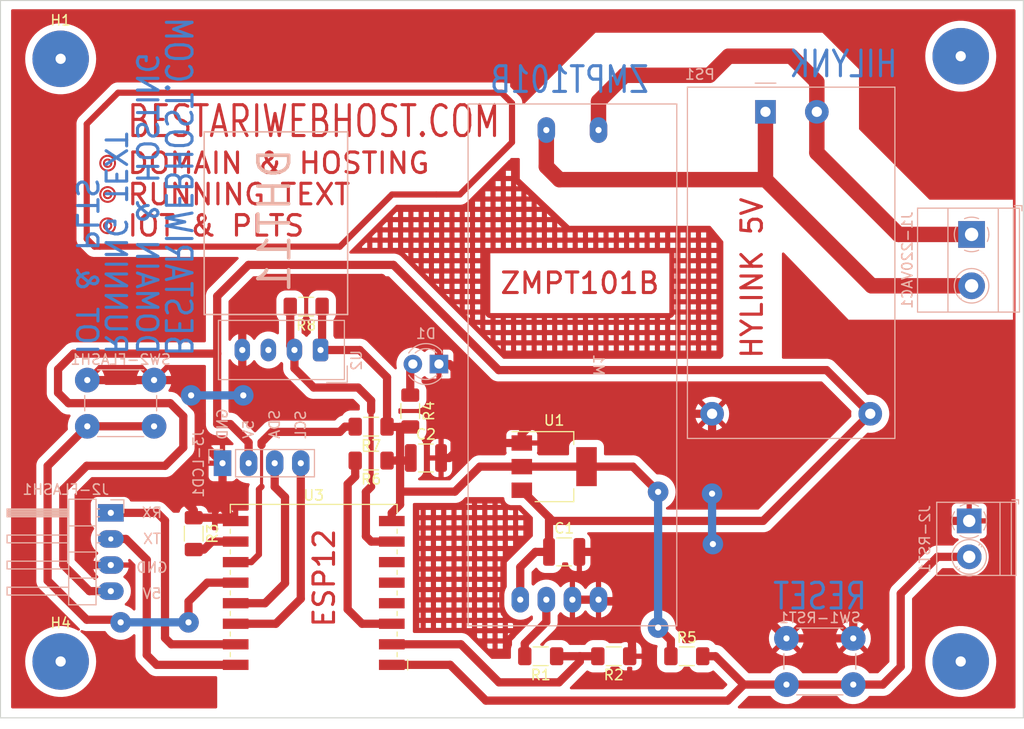
<source format=kicad_pcb>
(kicad_pcb (version 20211014) (generator pcbnew)
  (title_block (title "HYBRID PLTS MONITORING") (date "2022-06-26") (rev "0") (company "BESTARIWEB"))
  (layers (0 "F.Cu" signal) (31 "B.Cu" signal) (34 "B.Paste" user) (35 "F.Paste" user) (36 "B.SilkS" user "B.Silkscreen") (37 "F.SilkS" user "F.Silkscreen") (38 "B.Mask" user) (39 "F.Mask" user) (44 "Edge.Cuts" user))
  (net 0 "")
  (net 1 "3V3")
  (net 2 "RST")
  (net 3 "EN")
  (net 4 "GPIO2")
  (net 5 "ADC")
  (net 6 "GPIO16")
  (net 7 "GPIO14")
  (net 8 "GPIO12")
  (net 9 "GPIO13")
  (net 11 "Net-(D1-Pad2)")
  (net 12 "GND")
  (net 13 "GPIO15")
  (net 14 "GPIO0")
  (net 15 "GPIO4 SDA")
  (net 16 "RXD")
  (net 17 "TXD")
  (net 18 "GPIO5 SCL")
  (net 19 "5v")
  (net 20 "Net-(M1-Pad5)")
  (net 21 "Net-(J1-220VAC1-Pad1)")
  (net 22 "Net-(J1-220VAC1-Pad2)")
  (net 23 "FRAME")
  (footprint "MountingHole:MountingHole_3.2mm_M3_ISO14580_Pad" (layer "F.Cu") (at 67.056 38.354)
    (fp_text reference "H1" (at 0 -3.75) (layer "F.SilkS"))
    (fp_text value " ")
    (pad "1" thru_hole circle locked (at 0 0) (size 5.5 5.5) (drill 1) (layers *.Cu *.Mask))
  )
  (footprint "RF_Module:ESP-07" (layer "F.Cu") (at 91.694 92.456 180)
    (fp_text reference "U3" (at 0 11.6) (layer "F.SilkS"))
    (fp_text value "ESP-07")
    (pad "1" smd rect (at -7.6 -4.9 180) (size 2.5 1) (layers "F.Cu" "F.Paste" "F.Mask") (net 2 "RST"))
    (pad "2" smd rect (at -7.6 -2.9 180) (size 2.5 1) (layers "F.Cu" "F.Paste" "F.Mask") (net 5 "ADC"))
    (pad "3" smd rect (at -7.6 -0.9 180) (size 2.5 1) (layers "F.Cu" "F.Paste" "F.Mask") (net 3 "EN"))
    (pad "4" smd rect (at -7.6 1.1 180) (size 2.5 1) (layers "F.Cu" "F.Paste" "F.Mask") (net 6 "GPIO16"))
    (pad "5" smd rect (at -7.6 3.1 180) (size 2.5 1) (layers "F.Cu" "F.Paste" "F.Mask") (net 7 "GPIO14"))
    (pad "6" smd rect (at -7.6 5.1 180) (size 2.5 1) (layers "F.Cu" "F.Paste" "F.Mask") (net 8 "GPIO12"))
    (pad "7" smd rect (at -7.6 7.1 180) (size 2.5 1) (layers "F.Cu" "F.Paste" "F.Mask") (net 9 "GPIO13"))
    (pad "8" smd rect (at -7.6 9.1 180) (size 2.5 1) (layers "F.Cu" "F.Paste" "F.Mask") (net 1 "3V3"))
    (pad "9" smd rect (at 7.6 9.1 180) (size 2.5 1) (layers "F.Cu" "F.Paste" "F.Mask") (net 12 "GND"))
    (pad "10" smd rect (at 7.6 7.1 180) (size 2.5 1) (layers "F.Cu" "F.Paste" "F.Mask") (net 13 "GPIO15"))
    (pad "11" smd rect (at 7.6 5.1 180) (size 2.5 1) (layers "F.Cu" "F.Paste" "F.Mask") (net 4 "GPIO2"))
    (pad "12" smd rect (at 7.6 3.1 180) (size 2.5 1) (layers "F.Cu" "F.Paste" "F.Mask") (net 14 "GPIO0"))
    (pad "13" smd rect (at 7.6 1.1 180) (size 2.5 1) (layers "F.Cu" "F.Paste" "F.Mask") (net 15 "GPIO4 SDA"))
    (pad "14" smd rect (at 7.6 -0.9 180) (size 2.5 1) (layers "F.Cu" "F.Paste" "F.Mask") (net 18 "GPIO5 SCL"))
    (pad "15" smd rect (at 7.6 -2.9 180) (size 2.5 1) (layers "F.Cu" "F.Paste" "F.Mask") (net 16 "RXD"))
    (pad "16" smd rect (at 7.6 -4.9 180) (size 2.5 1) (layers "F.Cu" "F.Paste" "F.Mask") (net 17 "TXD"))
    (zone (net 0) (net_name "") (layers F&B.Cu) (connect_pads (clearance 0)) (min_thickness 0.254)
      (keepout (tracks not_allowed) (vias not_allowed) (pads not_allowed) (copperpour not_allowed) (footprints allowed))
      (fill (thermal_gap 0.508) (thermal_bridge_width 0.508))
      (polygon (pts (xy 82.296 98.298) (xy 101.346 98.298) (xy 101.346 103.632) (xy 82.296 103.632)))
    )
  )
  (footprint "Resistor_SMD:R_1206_3216Metric_Pad1.30x1.75mm_HandSolder" (layer "F.Cu") (at 97.282 74.168 180)
    (fp_text reference "R7" (at 0 -1.82) (layer "F.SilkS"))
    (fp_text value "10K")
    (pad "1" smd roundrect locked (at -1.55 0 180) (size 1.3 1.75) (layers "F.Cu" "F.Paste" "F.Mask") (roundrect_rratio 0.192308) (net 1 "3V3"))
    (pad "2" smd roundrect locked (at 1.55 0 180) (size 1.3 1.75) (layers "F.Cu" "F.Paste" "F.Mask") (roundrect_rratio 0.192308) (net 4 "GPIO2"))
  )
  (footprint "Resistor_SMD:R_1206_3216Metric_Pad1.30x1.75mm_HandSolder" (layer "F.Cu") (at 80.01 84.582 -90)
    (fp_text reference "R3" (at 0 -1.82 90) (layer "F.SilkS"))
    (fp_text value "10K")
    (pad "1" smd roundrect locked (at -1.55 0 270) (size 1.3 1.75) (layers "F.Cu" "F.Paste" "F.Mask") (roundrect_rratio 0.192308) (net 12 "GND"))
    (pad "2" smd roundrect locked (at 1.55 0 270) (size 1.3 1.75) (layers "F.Cu" "F.Paste" "F.Mask") (roundrect_rratio 0.192308) (net 13 "GPIO15"))
  )
  (footprint "Capacitor_SMD:C_1210_3225Metric" (layer "F.Cu") (at 116.078 86.36)
    (fp_text reference "C1" (at 0 -2.3) (layer "F.SilkS"))
    (fp_text value "0.1uF")
    (pad "1" smd roundrect locked (at -1.475 0) (size 1.15 2.7) (layers "F.Cu" "F.Paste" "F.Mask") (roundrect_rratio 0.217391) (net 19 "5v"))
    (pad "2" smd roundrect locked (at 1.475 0) (size 1.15 2.7) (layers "F.Cu" "F.Paste" "F.Mask") (roundrect_rratio 0.217391) (net 12 "GND"))
  )
  (footprint "Resistor_SMD:R_1206_3216Metric_Pad1.30x1.75mm_HandSolder" (layer "F.Cu") (at 128.016 96.52)
    (fp_text reference "R5" (at 0 -1.82) (layer "F.SilkS"))
    (fp_text value "10K")
    (pad "1" smd roundrect locked (at -1.55 0) (size 1.3 1.75) (layers "F.Cu" "F.Paste" "F.Mask") (roundrect_rratio 0.192308) (net 1 "3V3"))
    (pad "2" smd roundrect locked (at 1.55 0) (size 1.3 1.75) (layers "F.Cu" "F.Paste" "F.Mask") (roundrect_rratio 0.192308) (net 2 "RST"))
  )
  (footprint "MountingHole:MountingHole_3.2mm_M3_ISO14580_Pad" (layer "F.Cu") (at 154.686 38.1)
    (fp_text reference "H2" hide)
    (fp_text value " " hide)
    (pad "1" thru_hole circle locked (at 0 0) (size 5.5 5.5) (drill 1) (layers *.Cu *.Mask))
  )
  (footprint "MountingHole:MountingHole_3.2mm_M3_ISO14580_Pad" (layer "F.Cu") (at 67.056 97.028)
    (fp_text reference "H4" (at 0 -3.75) (layer "F.SilkS"))
    (fp_text value " ")
    (pad "1" thru_hole circle locked (at 0 0) (size 5.5 5.5) (drill 1) (layers *.Cu *.Mask))
  )
  (footprint "Resistor_SMD:R_1206_3216Metric_Pad1.30x1.75mm_HandSolder" (layer "F.Cu") (at 120.904 96.52 180)
    (fp_text reference "R2" (at 0 -1.82) (layer "F.SilkS"))
    (fp_text value "10K")
    (pad "1" smd roundrect locked (at -1.55 0 180) (size 1.3 1.75) (layers "F.Cu" "F.Paste" "F.Mask") (roundrect_rratio 0.192308) (net 12 "GND"))
    (pad "2" smd roundrect locked (at 1.55 0 180) (size 1.3 1.75) (layers "F.Cu" "F.Paste" "F.Mask") (roundrect_rratio 0.192308) (net 5 "ADC"))
  )
  (footprint "Resistor_SMD:R_1206_3216Metric_Pad1.30x1.75mm_HandSolder" (layer "F.Cu") (at 97.282 77.47 180)
    (fp_text reference "R6" (at 0 -1.82) (layer "F.SilkS"))
    (fp_text value "10K")
    (pad "1" smd roundrect locked (at -1.55 0 180) (size 1.3 1.75) (layers "F.Cu" "F.Paste" "F.Mask") (roundrect_rratio 0.192308) (net 1 "3V3"))
    (pad "2" smd roundrect locked (at 1.55 0 180) (size 1.3 1.75) (layers "F.Cu" "F.Paste" "F.Mask") (roundrect_rratio 0.192308) (net 3 "EN"))
  )
  (footprint "Resistor_SMD:R_1206_3216Metric_Pad1.30x1.75mm_HandSolder" (layer "F.Cu") (at 101.092 72.644 -90)
    (fp_text reference "R4" (at 0 -1.82 90) (layer "F.SilkS"))
    (fp_text value "1K")
    (pad "1" smd roundrect locked (at -1.55 0 270) (size 1.3 1.75) (layers "F.Cu" "F.Paste" "F.Mask") (roundrect_rratio 0.192308) (net 11 "Net-(D1-Pad2)"))
    (pad "2" smd roundrect locked (at 1.55 0 270) (size 1.3 1.75) (layers "F.Cu" "F.Paste" "F.Mask") (roundrect_rratio 0.192308) (net 1 "3V3"))
  )
  (footprint "MountingHole:MountingHole_3.2mm_M3_ISO14580_Pad" (layer "F.Cu") (at 154.686 97.028)
    (fp_text reference "H3" hide)
    (fp_text value " " hide)
    (pad "1" thru_hole circle locked (at 0 0) (size 5.5 5.5) (drill 1) (layers *.Cu *.Mask))
  )
  (footprint "Package_TO_SOT_SMD:SOT-223-3_TabPin2" (layer "F.Cu") (at 115.102 78.058)
    (fp_text reference "U1" (at 0 -4.5) (layer "F.SilkS"))
    (fp_text value "AMS1117-3.3")
    (pad "1" smd rect locked (at -3.15 -2.3) (size 2 1.5) (layers "F.Cu" "F.Paste" "F.Mask") (net 12 "GND"))
    (pad "2" smd rect locked (at -3.15 0) (size 2 1.5) (layers "F.Cu" "F.Paste" "F.Mask") (net 1 "3V3"))
    (pad "2" smd rect locked (at 3.15 0) (size 2 3.8) (layers "F.Cu" "F.Paste" "F.Mask") (net 1 "3V3"))
    (pad "3" smd rect locked (at -3.15 2.3) (size 2 1.5) (layers "F.Cu" "F.Paste" "F.Mask") (net 19 "5v"))
  )
  (footprint "Capacitor_SMD:C_1210_3225Metric" (layer "F.Cu") (at 102.616 77.216)
    (fp_text reference "C2" (at 0 -2.3) (layer "F.SilkS"))
    (fp_text value "0.1uF")
    (pad "1" smd roundrect locked (at -1.475 0) (size 1.15 2.7) (layers "F.Cu" "F.Paste" "F.Mask") (roundrect_rratio 0.217391) (net 1 "3V3"))
    (pad "2" smd roundrect locked (at 1.475 0) (size 1.15 2.7) (layers "F.Cu" "F.Paste" "F.Mask") (roundrect_rratio 0.217391) (net 12 "GND"))
  )
  (footprint "Resistor_SMD:R_1206_3216Metric_Pad1.30x1.75mm_HandSolder" (layer "F.Cu") (at 113.792 96.52 180)
    (fp_text reference "R1" (at 0 -1.82) (layer "F.SilkS"))
    (fp_text value "10K")
    (pad "1" smd roundrect locked (at -1.55 0 180) (size 1.3 1.75) (layers "F.Cu" "F.Paste" "F.Mask") (roundrect_rratio 0.192308) (net 5 "ADC"))
    (pad "2" smd roundrect locked (at 1.55 0 180) (size 1.3 1.75) (layers "F.Cu" "F.Paste" "F.Mask") (roundrect_rratio 0.192308) (net 20 "Net-(M1-Pad5)"))
  )
  (footprint "Resistor_SMD:R_1206_3216Metric_Pad1.30x1.75mm_HandSolder" (layer "F.Cu") (at 90.958 62.484 180)
    (fp_text reference "R8" (at 0 -1.82) (layer "F.SilkS"))
    (fp_text value "10K")
    (pad "1" smd roundrect locked (at -1.55 0 180) (size 1.3 1.75) (layers "F.Cu" "F.Paste" "F.Mask") (roundrect_rratio 0.192308) (net 1 "3V3"))
    (pad "2" smd roundrect locked (at 1.55 0 180) (size 1.3 1.75) (layers "F.Cu" "F.Paste" "F.Mask") (roundrect_rratio 0.192308) (net 9 "GPIO13"))
  )
  (footprint "Converter_ACDC:Converter_ACDC_HiLink_HLK-PMxx" (layer "B.Cu") (at 135.676 43.514 -90)
    (fp_text reference "PS1" (at -3.636 6.39) (layer "B.SilkS") (effects (justify mirror)))
    (fp_text value "HLK-PM01")
    (pad "1" thru_hole rect locked (at 0 0 270) (size 2.3 2) (drill 1) (layers *.Cu *.Mask) (net 22 "Net-(J1-220VAC1-Pad2)"))
    (pad "2" thru_hole circle locked (at 0 -5 270) (size 2.3 2.3) (drill 1) (layers *.Cu *.Mask) (net 21 "Net-(J1-220VAC1-Pad1)"))
    (pad "3" thru_hole circle locked (at 29.4 5.2 270) (size 2.3 2.3) (drill 1) (layers *.Cu *.Mask) (net 12 "GND"))
    (pad "4" thru_hole circle locked (at 29.4 -10.2 270) (size 2.3 2.3) (drill 1) (layers *.Cu *.Mask) (net 19 "5v"))
  )
  (footprint "TerminalBlock_Phoenix:TerminalBlock_Phoenix_PT-1,5-2-3.5-H_1x02_P3.50mm_Horizontal" (layer "B.Cu") (at 155.51 83.34 -90)
    (fp_text reference "J2-RST1" (at 1.778 4.318 90) (layer "B.SilkS") (effects (justify mirror)))
    (fp_text value "RST")
    (pad "1" thru_hole rect locked (at 0 0 270) (size 2.4 2.4) (drill 1.2) (layers *.Cu *.Mask) (net 12 "GND"))
    (pad "2" thru_hole circle locked (at 3.5 0 270) (size 2.4 2.4) (drill 1.2) (layers *.Cu *.Mask) (net 2 "RST"))
  )
  (footprint "Connector_PinHeader_2.54mm:PinHeader_1x04_P2.54mm_Horizontal" (layer "B.Cu") (at 71.939 82.56 180)
    (fp_text reference "J2-FLASH1" (at 4.385 2.27) (layer "B.SilkS") (effects (justify mirror)))
    (fp_text value "FLASH")
    (pad "1" thru_hole rect (at 0 0 180) (size 2.5 1.7) (drill 0.6) (layers *.Cu *.Mask) (net 16 "RXD"))
    (pad "2" thru_hole oval (at 0 -2.54 180) (size 2.5 1.7) (drill 0.5) (layers *.Cu *.Mask) (net 17 "TXD"))
    (pad "3" thru_hole oval (at 0 -5.08 180) (size 2.5 1.7) (drill 0.6) (layers *.Cu *.Mask) (net 12 "GND"))
    (pad "4" thru_hole oval (at 0 -7.62 180) (size 2.5 1.7) (drill 0.6) (layers *.Cu *.Mask) (net 19 "5v"))
  )
  (footprint "Button_Switch_THT:SW_PUSH_6mm_H7.3mm" (layer "B.Cu") (at 144.22 94.778 180)
    (fp_text reference "SW1-RST1" (at 3.25 2) (layer "B.SilkS") (effects (justify mirror)))
    (fp_text value "RESET")
    (pad "1" thru_hole circle (at 0 0 90) (size 2.4 2.4) (drill 0.6) (layers *.Cu *.Mask) (net 12 "GND"))
    (pad "1" thru_hole circle (at 6.5 0 90) (size 2.4 2.4) (drill 0.6) (layers *.Cu *.Mask) (net 12 "GND"))
    (pad "2" thru_hole circle (at 6.5 -4.5 90) (size 2.4 2.4) (drill 0.6) (layers *.Cu *.Mask) (net 2 "RST"))
    (pad "2" thru_hole circle (at 0 -4.5 90) (size 2.4 2.4) (drill 0.6) (layers *.Cu *.Mask) (net 2 "RST"))
  )
  (footprint "Sensor:Aosong_DHT11_5.5x12.0_P2.54mm" (layer "B.Cu") (at 92.3585 66.7045 90)
    (fp_text reference "U2" (at -1 3.5 90) (layer "B.SilkS") (effects (justify mirror)))
    (fp_text value "DHT11")
    (pad "1" thru_hole roundrect locked (at 0 0 90) (size 2.2 1.5) (drill 0.6) (layers *.Cu *.Mask) (net 1 "3V3"))
    (pad "2" thru_hole oval locked (at 0 -2.54 90) (size 2.2 1.5) (drill 0.6) (layers *.Cu *.Mask) (net 9 "GPIO13"))
    (pad "3" thru_hole oval locked (at 0 -5.08 90) (size 2.2 1.5) (drill 0.6) (layers *.Cu *.Mask))
    (pad "4" thru_hole oval locked (at 0 -7.62 90) (size 2.2 1.5) (drill 0.6) (layers *.Cu *.Mask) (net 12 "GND"))
  )
  (footprint "TerminalBlock_Phoenix:TerminalBlock_Phoenix_MKDS-1,5-2_1x02_P5.00mm_Horizontal" (layer "B.Cu") (at 155.742 55.452 -90)
    (fp_text reference "J1-220VAC1" (at 2.5 6.26 90) (layer "B.SilkS") (effects (justify mirror)))
    (fp_text value "220VAC")
    (pad "1" thru_hole rect locked (at 0 0 270) (size 2.6 2.6) (drill 1.3) (layers *.Cu *.Mask) (net 21 "Net-(J1-220VAC1-Pad1)"))
    (pad "2" thru_hole circle locked (at 5 0 270) (size 2.6 2.6) (drill 1.3) (layers *.Cu *.Mask) (net 22 "Net-(J1-220VAC1-Pad2)"))
  )
  (footprint "Module:ZMPT101B_Module" (layer "B.Cu") (at 116.88 68.152 180)
    (fp_text reference "M1" (at -2.54 0 270 unlocked) (layer "B.SilkS") (effects (justify mirror)))
    (fp_text value "ZMPT101B")
    (pad "1" thru_hole oval (at -2.54 22.86 180) (size 1.7 2.5) (drill 0.6) (layers *.Cu *.Mask) (net 21 "Net-(J1-220VAC1-Pad1)"))
    (pad "2" thru_hole oval (at 2.54 22.86 180) (size 1.7 2.5) (drill 0.6) (layers *.Cu *.Mask) (net 22 "Net-(J1-220VAC1-Pad2)"))
    (pad "3" thru_hole oval (at -2.54 -22.86 180) (size 1.7 2.5) (drill 0.6) (layers *.Cu *.Mask) (net 12 "GND"))
    (pad "4" thru_hole oval (at 0 -22.86 180) (size 1.7 2.5) (drill 0.6) (layers *.Cu *.Mask) (net 12 "GND"))
    (pad "5" thru_hole oval (at 2.54 -22.86 180) (size 1.7 2.5) (drill 0.6) (layers *.Cu *.Mask) (net 20 "Net-(M1-Pad5)"))
    (pad "6" thru_hole oval (at 5.08 -22.86 180) (size 1.7 2.5) (drill 0.6) (layers *.Cu *.Mask) (net 19 "5v"))
  )
  (footprint "Connector_PinHeader_2.54mm:PinHeader_1x04_P2.54mm_Vertical" (layer "B.Cu") (at 82.814 77.724 -90)
    (fp_text reference "J3-LCD1" (at 0 2.33 90) (layer "B.SilkS") (effects (justify mirror)))
    (fp_text value "LCD1602")
    (pad "1" thru_hole rect (at 0 0 270) (size 2.5 1.7) (drill 0.6) (layers *.Cu *.Mask) (net 12 "GND"))
    (pad "2" thru_hole oval (at 0 -2.54 270) (size 2.5 1.7) (drill 0.6) (layers *.Cu *.Mask) (net 19 "5v"))
    (pad "3" thru_hole oval (at 0 -5.08 270) (size 2.5 1.7) (drill 0.6) (layers *.Cu *.Mask) (net 15 "GPIO4 SDA"))
    (pad "4" thru_hole oval (at 0 -7.62 270) (size 2.5 1.7) (drill 0.6) (layers *.Cu *.Mask) (net 18 "GPIO5 SCL"))
  )
  (footprint "Button_Switch_THT:SW_PUSH_6mm_H7.3mm" (layer "B.Cu") (at 76.148 69.632 180)
    (fp_text reference "SW2-FLASH1" (at 3.25 2) (layer "B.SilkS") (effects (justify mirror)))
    (fp_text value "FLASH")
    (pad "1" thru_hole circle (at 6.5 0 90) (size 2.4 2.4) (drill 0.6) (layers *.Cu *.Mask) (net 12 "GND"))
    (pad "1" thru_hole circle (at 0 0 90) (size 2.4 2.4) (drill 0.6) (layers *.Cu *.Mask) (net 12 "GND"))
    (pad "2" thru_hole circle (at 0 -4.5 90) (size 2.4 2.4) (drill 0.6) (layers *.Cu *.Mask) (net 14 "GPIO0"))
    (pad "2" thru_hole circle (at 6.5 -4.5 90) (size 2.4 2.4) (drill 0.6) (layers *.Cu *.Mask) (net 14 "GPIO0"))
  )
  (footprint "LED_THT:LED_D3.0mm_Clear" (layer "B.Cu") (at 103.886 68.072 180)
    (fp_text reference "D1" (at 1.27 2.96) (layer "B.SilkS") (effects (justify mirror)))
    (fp_text value "LED")
    (pad "1" thru_hole rect locked (at 0 0 180) (size 1.8 1.8) (drill 0.9) (layers *.Cu *.Mask) (net 12 "GND"))
    (pad "2" thru_hole circle locked (at 2.54 0 180) (size 1.8 1.8) (drill 0.9) (layers *.Cu *.Mask) (net 11 "Net-(D1-Pad2)"))
  )
  (gr_circle (center 71.628 51.562) (end 72.136 52.07) (layer "F.Cu") (width 0.2) (fill none))
  (gr_circle (center 71.628 54.61) (end 71.882 54.864) (layer "F.Cu") (width 0.2) (fill none))
  (gr_circle (center 71.628 48.514) (end 72.136 49.022) (layer "F.Cu") (width 0.2) (fill none))
  (gr_circle (center 71.628 51.562) (end 71.882 51.816) (layer "F.Cu") (width 0.2) (fill none))
  (gr_circle (center 71.628 48.514) (end 71.882 48.768) (layer "F.Cu") (width 0.2) (fill none))
  (gr_circle (center 71.628 54.61) (end 72.136 55.118) (layer "F.Cu") (width 0.2) (fill none))
  (gr_line (start 94.996 63.246) (end 81.026 63.246) (layer "B.SilkS") (width 0.15))
  (gr_line (start 81.026 63.246) (end 81.026 45.466) (layer "B.SilkS") (width 0.15))
  (gr_line (start 94.996 45.466) (end 94.996 63.246) (layer "B.SilkS") (width 0.15))
  (gr_line (start 81.026 45.466) (end 94.996 45.466) (layer "B.SilkS") (width 0.15))
  (gr_line (start 160.782 102.5144) (end 61.2 102.5144) (layer "Edge.Cuts") (width 0.1))
  (gr_line (start 160.782 32.678) (end 160.782 102.5144) (layer "Edge.Cuts") (width 0.1))
  (gr_line (start 61.2 32.678) (end 61.2 102.5144) (layer "Edge.Cuts") (width 0.1))
  (gr_line (start 61.2 32.678) (end 160.782 32.678) (layer "Edge.Cuts") (width 0.1))
  (gr_text "ESP12" (at 92.71 88.9 90) (layer "F.Cu") (effects (font (size 2 2) (thickness 0.3))))
  (gr_text "DOMAIN & HOSTING" (at 73.406 48.514) (layer "F.Cu") (effects (font (size 2 2) (thickness 0.3)) (justify left)))
  (gr_text "BESTARIWEBHOST.COM" (at 91.694 44.45) (layer "F.Cu") (effects (font (size 3 2.2) (thickness 0.3))))
  (gr_text "IOT & PLTS" (at 73.406 54.61) (layer "F.Cu") (effects (font (size 2 2) (thickness 0.3)) (justify left)))
  (gr_text "ZMPT101B" (at 117.602 60.198) (layer "F.Cu") (effects (font (size 2 2) (thickness 0.3))))
  (gr_text "RUNNING TEXT" (at 73.406 51.562) (layer "F.Cu") (effects (font (size 2 2) (thickness 0.3)) (justify left)))
  (gr_text "HYLINK 5V" (at 134.366 59.69 90) (layer "F.Cu") (effects (font (size 2 2) (thickness 0.3))))
  (gr_text "HILYNK" (at 143.256 38.862) (layer "B.Cu") (effects (font (size 2.5 2) (thickness 0.3)) (justify mirror)))
  (gr_text "IOT & PLTS" (at 69.596 67.31 270) (layer "B.Cu") (effects (font (size 2 2) (thickness 0.3)) (justify left mirror)))
  (gr_text "BESTARIWEBHOST.COM" (at 78.486 50.8 270) (layer "B.Cu") (effects (font (size 2.5 2) (thickness 0.3)) (justify mirror)))
  (gr_text "DOMAIN & HOSTING" (at 75.438 67.31 270) (layer "B.Cu") (effects (font (size 2 2) (thickness 0.3)) (justify left mirror)))
  (gr_text "RESET" (at 140.97 90.678) (layer "B.Cu") (effects (font (size 2.5 2) (thickness 0.3)) (justify mirror)))
  (gr_text "RUNNING TEXT" (at 72.39 67.31 270) (layer "B.Cu") (effects (font (size 2 2) (thickness 0.3)) (justify left mirror)))
  (gr_text "ZMPT101B" (at 116.586 40.386) (layer "B.Cu") (effects (font (size 2.5 2) (thickness 0.3)) (justify mirror)))
  (gr_text "SDA" (at 87.884 75.438 90) (layer "B.SilkS") (effects (font (size 1 1)) (justify right mirror)))
  (gr_text "SCL" (at 90.424 75.438 90) (layer "B.SilkS") (effects (font (size 1 1)) (justify right mirror)))
  (gr_text "RX" (at 75.946 82.55) (layer "B.SilkS") (effects (font (size 1 1)) (justify mirror)))
  (gr_text "TX" (at 75.946 85.09) (layer "B.SilkS") (effects (font (size 1 1)) (justify mirror)))
  (gr_text "5V" (at 75.946 90.424) (layer "B.SilkS") (effects (font (size 1 1)) (justify mirror)))
  (gr_text "5V" (at 85.344 74.422 90) (layer "B.SilkS") (effects (font (size 1 1)) (justify mirror)))
  (gr_text "GND" (at 82.804 73.914 90) (layer "B.SilkS") (effects (font (size 1 1)) (justify mirror)))
  (gr_text "DHT11" (at 87.884 54.102 90) (layer "B.SilkS") (effects (font (size 3 3) (thickness 0.35)) (justify mirror)))
  (gr_text "GND" (at 75.946 87.884) (layer "B.SilkS") (effects (font (size 1 1)) (justify mirror)))
  (segment (start 70.358 56.642) (end 70.866 56.642) (width 0.6) (layer "F.Cu") (net 0))
  (segment (start 110.998 46.482) (end 110.998 42.672) (width 0.6) (layer "F.Cu") (net 0))
  (segment (start 71.374 42.926) (end 69.596 44.704) (width 0.6) (layer "F.Cu") (net 0))
  (segment (start 103.632 51.562) (end 105.918 51.562) (width 0.6) (layer "F.Cu") (net 0))
  (segment (start 105.918 51.562) (end 110.744 46.736) (width 0.6) (layer "F.Cu") (net 0))
  (segment (start 72.644 41.656) (end 71.374 42.926) (width 0.6) (layer "F.Cu") (net 0))
  (segment (start 94.234 56.642) (end 99.06 51.816) (width 0.6) (layer "F.Cu") (net 0))
  (segment (start 70.866 56.642) (end 94.234 56.642) (width 0.6) (layer "F.Cu") (net 0))
  (segment (start 69.596 55.88) (end 70.358 56.642) (width 0.6) (layer "F.Cu") (net 0))
  (segment (start 69.596 44.704) (end 69.596 55.88) (width 0.6) (layer "F.Cu") (net 0))
  (segment (start 99.06 51.816) (end 99.314 51.562) (width 0.6) (layer "F.Cu") (net 0))
  (segment (start 99.314 51.562) (end 103.632 51.562) (width 0.6) (layer "F.Cu") (net 0))
  (segment (start 110.744 46.736) (end 110.998 46.482) (width 0.6) (layer "F.Cu") (net 0))
  (segment (start 100.102 80.492) (end 100.102 81.762) (width 0.8) (layer "F.Cu") (net 1))
  (segment (start 105.436 80.492) (end 100.102 80.492) (width 0.8) (layer "F.Cu") (net 1))
  (segment (start 98.832 77.47) (end 99.822 77.47) (width 0.8) (layer "F.Cu") (net 1))
  (segment (start 100.102 77.19) (end 100.102 80.492) (width 0.8) (layer "F.Cu") (net 1))
  (segment (start 92.3585 66.7045) (end 96.1685 66.7045) (width 0.8) (layer "F.Cu") (net 1))
  (segment (start 92.508 62.484) (end 92.508 66.555) (width 0.8) (layer "F.Cu") (net 1))
  (segment (start 100.102 74.194) (end 100.102 77.19) (width 0.8) (layer "F.Cu") (net 1))
  (segment (start 92.508 66.555) (end 92.3585 66.7045) (width 0.8) (layer "F.Cu") (net 1))
  (segment (start 100.102 81.762) (end 99.294 82.57) (width 0.8) (layer "F.Cu") (net 1))
  (segment (start 96.1685 66.7045) (end 98.832 69.368) (width 0.8) (layer "F.Cu") (net 1))
  (segment (start 100.102 77.19) (end 99.822 77.47) (width 0.8) (layer "F.Cu") (net 1))
  (segment (start 126.466 96.52) (end 126.466 94.97) (width 0.8) (layer "F.Cu") (net 1))
  (segment (start 98.858 74.194) (end 98.832 74.168) (width 0.8) (layer "F.Cu") (net 1))
  (segment (start 101.092 74.194) (end 100.102 74.194) (width 0.8) (layer "F.Cu") (net 1))
  (segment (start 122.762 78.058) (end 125.222 80.518) (width 0.8) (layer "F.Cu") (net 1))
  (segment (start 118.252 78.058) (end 111.952 78.058) (width 0.8) (layer "F.Cu") (net 1))
  (segment (start 99.822 77.47) (end 100.887 77.47) (width 0.8) (layer "F.Cu") (net 1))
  (segment (start 118.252 78.058) (end 122.762 78.058) (width 0.8) (layer "F.Cu") (net 1))
  (segment (start 100.887 77.47) (end 101.141 77.216) (width 0.8) (layer "F.Cu") (net 1))
  (segment (start 99.294 82.57) (end 99.294 83.356) (width 0.8) (layer "F.Cu") (net 1))
  (segment (start 98.832 69.368) (end 98.832 74.168) (width 0.8) (layer "F.Cu") (net 1))
  (segment (start 100.102 74.194) (end 98.858 74.194) (width 0.8) (layer "F.Cu") (net 1))
  (segment (start 126.466 94.97) (end 125.222 93.726) (width 0.8) (layer "F.Cu") (net 1))
  (segment (start 107.87 78.058) (end 105.436 80.492) (width 0.8) (layer "F.Cu") (net 1))
  (segment (start 111.952 78.058) (end 107.87 78.058) (width 0.8) (layer "F.Cu") (net 1))
  (via (at 125.222 80.518) (size 2) (drill 0.6) (layers "F.Cu" "B.Cu") (net 1))
  (via (at 125.222 93.726) (size 2) (drill 0.6) (layers "F.Cu" "B.Cu") (net 1))
  (segment (start 125.222 93.726) (end 125.222 80.518) (width 0.8) (layer "B.Cu") (net 1))
  (segment (start 130.81 96.52) (end 133.568 99.278) (width 0.8) (layer "F.Cu") (net 2))
  (segment (start 99.294 97.356) (end 104.976 97.356) (width 0.8) (layer "F.Cu") (net 2))
  (segment (start 108.458 100.838) (end 132.008 100.838) (width 0.8) (layer "F.Cu") (net 2))
  (segment (start 133.568 99.278) (end 137.72 99.278) (width 0.8) (layer "F.Cu") (net 2))
  (segment (start 148.844 90.424) (end 148.844 97.536) (width 0.8) (layer "F.Cu") (net 2))
  (segment (start 152.428 86.84) (end 148.844 90.424) (width 0.8) (layer "F.Cu") (net 2))
  (segment (start 132.008 100.838) (end 133.568 99.278) (width 0.8) (layer "F.Cu") (net 2))
  (segment (start 129.566 96.52) (end 130.81 96.52) (width 0.8) (layer "F.Cu") (net 2))
  (segment (start 155.51 86.84) (end 152.428 86.84) (width 0.8) (layer "F.Cu") (net 2))
  (segment (start 104.976 97.356) (end 108.458 100.838) (width 0.8) (layer "F.Cu") (net 2))
  (segment (start 147.102 99.278) (end 144.22 99.278) (width 0.8) (layer "F.Cu") (net 2))
  (segment (start 144.22 99.278) (end 137.72 99.278) (width 0.8) (layer "F.Cu") (net 2))
  (segment (start 148.844 97.536) (end 147.102 99.278) (width 0.8) (layer "F.Cu") (net 2))
  (segment (start 96.404 93.356) (end 99.294 93.356) (width 0.8) (layer "F.Cu") (net 3))
  (segment (start 95.732 77.47) (end 95.732 79.02) (width 0.8) (layer "F.Cu") (net 3))
  (segment (start 94.996 79.756) (end 94.996 91.948) (width 0.8) (layer "F.Cu") (net 3))
  (segment (start 95.732 79.02) (end 94.996 79.756) (width 0.8) (layer "F.Cu") (net 3))
  (segment (start 94.996 91.948) (end 96.404 93.356) (width 0.8) (layer "F.Cu") (net 3))
  (segment (start 86.614 75.946) (end 86.614 80.01) (width 0.3) (layer "F.Cu") (net 4))
  (segment (start 86.868 75.438) (end 86.614 75.692) (width 0.8) (layer "F.Cu") (net 4))
  (segment (start 86.36 80.264) (end 86.36 86.614) (width 0.6) (layer "F.Cu") (net 4))
  (segment (start 87.63 74.676) (end 86.868 75.438) (width 0.8) (layer "F.Cu") (net 4))
  (segment (start 86.614 80.01) (end 86.36 80.264) (width 0.6) (layer "F.Cu") (net 4))
  (segment (start 94.742 74.168) (end 94.234 74.676) (width 0.8) (layer "F.Cu") (net 4))
  (segment (start 86.36 86.614) (end 85.618 87.356) (width 0.6) (layer "F.Cu") (net 4))
  (segment (start 86.614 75.692) (end 86.614 75.946) (width 0.8) (layer "F.Cu") (net 4))
  (segment (start 94.234 74.676) (end 87.63 74.676) (width 0.8) (layer "F.Cu") (net 4))
  (segment (start 95.732 74.168) (end 94.742 74.168) (width 0.8) (layer "F.Cu") (net 4))
  (segment (start 85.618 87.356) (end 84.094 87.356) (width 0.6) (layer "F.Cu") (net 4))
  (segment (start 99.294 95.356) (end 106.024 95.356) (width 0.8) (layer "F.Cu") (net 5))
  (segment (start 117.602 96.52) (end 119.354 96.52) (width 0.8) (layer "F.Cu") (net 5))
  (segment (start 115.57 99.06) (end 117.602 97.028) (width 0.8) (layer "F.Cu") (net 5))
  (segment (start 106.024 95.356) (end 109.728 99.06) (width 0.8) (layer "F.Cu") (net 5))
  (segment (start 117.602 97.028) (end 117.602 96.52) (width 0.8) (layer "F.Cu") (net 5))
  (segment (start 109.728 99.06) (end 115.57 99.06) (width 0.8) (layer "F.Cu") (net 5))
  (segment (start 115.342 96.52) (end 117.602 96.52) (width 0.8) (layer "F.Cu") (net 5))
  (segment (start 97.282 80.01) (end 97.282 72.644) (width 0.5) (layer "F.Cu") (net 9))
  (segment (start 96.774 80.518) (end 97.282 80.01) (width 0.8) (layer "F.Cu") (net 9))
  (segment (start 96.774 84.836) (end 96.774 80.518) (width 0.8) (layer "F.Cu") (net 9))
  (segment (start 89.408 62.484) (end 89.408 66.294) (width 0.8) (layer "F.Cu") (net 9))
  (segment (start 97.294 85.356) (end 96.774 84.836) (width 0.8) (layer "F.Cu") (net 9))
  (segment (start 91.694 70.358) (end 89.8185 68.4825) (width 0.8) (layer "F.Cu") (net 9))
  (segment (start 97.282 72.644) (end 97.282 71.628) (width 0.8) (layer "F.Cu") (net 9))
  (segment (start 99.294 85.356) (end 97.294 85.356) (width 0.8) (layer "F.Cu") (net 9))
  (segment (start 89.8185 68.4825) (end 89.8185 66.7045) (width 0.8) (layer "F.Cu") (net 9))
  (segment (start 96.012 70.358) (end 91.694 70.358) (width 0.8) (layer "F.Cu") (net 9))
  (segment (start 97.282 71.628) (end 96.012 70.358) (width 0.8) (layer "F.Cu") (net 9))
  (segment (start 89.408 66.294) (end 89.8185 66.7045) (width 0.8) (layer "F.Cu") (net 9))
  (segment (start 101.092 71.094) (end 101.092 68.326) (width 0.8) (layer "F.Cu") (net 11))
  (segment (start 101.092 68.326) (end 101.346 68.072) (width 0.8) (layer "F.Cu") (net 11))
  (segment (start 70.114 87.64) (end 69.088 86.614) (width 0.8) (layer "F.Cu") (net 12))
  (segment (start 71.939 87.64) (end 70.114 87.64) (width 0.8) (layer "F.Cu") (net 12))
  (segment (start 79.756 71.882) (end 80.772 72.898) (width 0.8) (layer "F.Cu") (net 12))
  (segment (start 149.324 83.34) (end 144.22 88.444) (width 0.8) (layer "F.Cu") (net 12))
  (segment (start 69.648 69.632) (end 76.148 69.632) (width 0.8) (layer "F.Cu") (net 12))
  (segment (start 104.902 68.072) (end 105.41 68.58) (width 0.8) (layer "F.Cu") (net 12))
  (segment (start 122.174 91.186) (end 119.634 91.186) (width 0.8) (layer "F.Cu") (net 12))
  (segment (start 122.682 96.292) (end 122.454 96.52) (width 0.8) (layer "F.Cu") (net 12))
  (segment (start 111.952 74.858) (end 113.896 72.914) (width 0.8) (layer "F.Cu") (net 12))
  (segment (start 69.088 81.026) (end 70.104 80.01) (width 0.8) (layer "F.Cu") (net 12))
  (segment (start 84.7385 71.0225) (end 84.836 71.12) (width 0.8) (layer "F.Cu") (net 12))
  (segment (start 76.148 69.632) (end 76.236 69.632) (width 0.8) (layer "F.Cu") (net 12))
  (segment (start 80.01 82.296) (end 80.01 83.032) (width 0.8) (layer "F.Cu") (net 12))
  (segment (start 122.174 91.186) (end 130.81 91.186) (width 0.8) (layer "F.Cu") (net 12))
  (segment (start 111.952 75.758) (end 111.952 74.858) (width 0.8) (layer "F.Cu") (net 12))
  (segment (start 144.22 94.778) (end 137.72 94.778) (width 0.8) (layer "F.Cu") (net 12))
  (segment (start 130.556 90.932) (end 130.81 91.186) (width 0.8) (layer "F.Cu") (net 12))
  (segment (start 105.41 76.708) (end 104.902 77.216) (width 0.8) (layer "F.Cu") (net 12))
  (segment (start 130.556 85.598) (end 130.556 90.932) (width 0.8) (layer "F.Cu") (net 12))
  (segment (start 80.01 83.032) (end 83.77 83.032) (width 0.8) (layer "F.Cu") (net 12))
  (segment (start 122.174 89.662) (end 122.174 91.186) (width 0.8) (layer "F.Cu") (net 12))
  (segment (start 76.148 69.632) (end 78.268 69.632) (width 0.8) (layer "F.Cu") (net 12))
  (segment (start 103.886 68.072) (end 104.902 68.072) (width 0.8) (layer "F.Cu") (net 12))
  (segment (start 118.872 86.36) (end 122.174 89.662) (width 0.8) (layer "F.Cu") (net 12))
  (segment (start 69.088 86.614) (end 69.088 81.026) (width 0.8) (layer "F.Cu") (net 12))
  (segment (start 103.886 65.278) (end 98.298 59.69) (width 0.8) (layer "F.Cu") (net 12))
  (segment (start 113.896 72.914) (end 130.476 72.914) (width 0.8) (layer "F.Cu") (net 12))
  (segment (start 82.814 77.724) (end 82.814 82.076) (width 0.8) (layer "F.Cu") (net 12))
  (segment (start 116.88 91.012) (end 119.42 91.012) (width 0.8) (layer "F.Cu") (net 12))
  (segment (start 82.814 82.076) (end 84.094 83.356) (width 0.8) (layer "F.Cu") (net 12))
  (segment (start 84.7385 62.0735) (end 84.7385 66.7045) (width 0.8) (layer "F.Cu") (net 12))
  (segment (start 144.22 88.444) (end 144.22 94.778) (width 0.8) (layer "F.Cu") (net 12))
  (segment (start 134.128 91.186) (end 137.72 94.778) (width 0.8) (layer "F.Cu") (net 12))
  (segment (start 122.174 91.186) (end 122.174 92.456) (width 0.8) (layer "F.Cu") (net 12))
  (segment (start 77.724 80.01) (end 80.01 82.296) (width 0.8) (layer "F.Cu") (net 12))
  (segment (start 122.682 92.964) (end 122.682 96.292) (width 0.8) (layer "F.Cu") (net 12))
  (segment (start 83.77 83.032) (end 84.094 83.356) (width 0.8) (layer "F.Cu") (net 12))
  (segment (start 78.268 69.632) (end 79.756 71.12) (width 0.8) (layer "F.Cu") (net 12))
  (segment (start 117.553 86.36) (end 118.872 86.36) (width 0.8) (layer "F.Cu") (net 12))
  (segment (start 103.886 68.072) (end 103.886 65.278) (width 0.8) (layer "F.Cu") (net 12))
  (segment (start 105.41 76.2) (end 105.41 76.708) (width 0.8) (layer "F.Cu") (net 12))
  (segment (start 98.298 59.69) (end 87.122 59.69) (width 0.8) (layer "F.Cu") (net 12))
  (segment (start 130.476 80.692) (end 130.556 80.772) (width 0.8) (layer "F.Cu") (net 12))
  (segment (start 105.41 68.58) (end 105.41 76.2) (width 0.8) (layer "F.Cu") (net 12))
  (segment (start 80.772 75.682) (end 82.814 77.724) (width 0.8) (layer "F.Cu") (net 12))
  (segment (start 70.104 80.01) (end 77.724 80.01) (width 0.8) (layer "F.Cu") (net 12))
  (segment (start 79.756 71.12) (end 79.756 71.882) (width 0.8) (layer "F.Cu") (net 12))
  (segment (start 105.852 75.758) (end 105.41 76.2) (width 0.8) (layer "F.Cu") (net 12))
  (segment (start 130.476 72.914) (end 130.476 80.692) (width 0.8) (layer "F.Cu") (net 12))
  (segment (start 111.952 75.758) (end 105.852 75.758) (width 0.8) (layer "F.Cu") (net 12))
  (segment (start 104.902 77.216) (end 104.091 77.216) (width 0.8) (layer "F.Cu") (net 12))
  (segment (start 130.81 91.186) (end 134.128 91.186) (width 0.8) (layer "F.Cu") (net 12))
  (segment (start 155.51 83.34) (end 149.324 83.34) (width 0.8) (layer "F.Cu") (net 12))
  (segment (start 84.7385 66.7045) (end 84.7385 71.0225) (width 0.8) (layer "F.Cu") (net 12))
  (segment (start 122.174 92.456) (end 122.682 92.964) (width 0.8) (layer "F.Cu") (net 12))
  (segment (start 80.772 72.898) (end 80.772 75.682) (width 0.8) (layer "F.Cu") (net 12))
  (segment (start 87.122 59.69) (end 84.7385 62.0735) (width 0.8) (layer "F.Cu") (net 12))
  (via (at 84.836 71.12) (size 2) (drill 0.6) (layers "F.Cu" "B.Cu") (net 12))
  (via (at 130.556 85.598) (size 2) (drill 0.6) (layers "F.Cu" "B.Cu") (net 12))
  (via (at 79.756 71.12) (size 2) (drill 0.6) (layers "F.Cu" "B.Cu") (net 12))
  (via (at 130.476 80.692) (size 2) (drill 0.6) (layers "F.Cu" "B.Cu") (net 12))
  (segment (start 84.836 71.12) (end 79.756 71.12) (width 0.8) (layer "B.Cu") (net 12))
  (segment (start 130.476 85.518) (end 130.556 85.598) (width 0.8) (layer "B.Cu") (net 12))
  (segment (start 130.476 80.692) (end 130.476 85.518) (width 0.8) (layer "B.Cu") (net 12))
  (segment (start 84.094 85.356) (end 81.776 85.356) (width 0.8) (layer "F.Cu") (net 13))
  (segment (start 81.776 85.356) (end 81 86.132) (width 0.8) (layer "F.Cu") (net 13))
  (segment (start 81 86.132) (end 80.01 86.132) (width 0.8) (layer "F.Cu") (net 13))
  (segment (start 69.648 74.132) (end 76.148 74.132) (width 0.8) (layer "F.Cu") (net 14))
  (segment (start 79.502 91.186) (end 79.502 93.218) (width 0.8) (layer "F.Cu") (net 14))
  (segment (start 65.786 89.154) (end 69.596 92.964) (width 0.8) (layer "F.Cu") (net 14))
  (segment (start 69.648 74.132) (end 65.786 77.994) (width 0.8) (layer "F.Cu") (net 14))
  (segment (start 69.596 92.964) (end 72.644 92.964) (width 0.8) (layer "F.Cu") (net 14))
  (segment (start 84.094 89.356) (end 81.332 89.356) (width 0.8) (layer "F.Cu") (net 14))
  (segment (start 65.786 77.994) (end 65.786 89.154) (width 0.8) (layer "F.Cu") (net 14))
  (segment (start 81.332 89.356) (end 80.264 90.424) (width 0.8) (layer "F.Cu") (net 14))
  (segment (start 80.264 90.424) (end 79.502 91.186) (width 0.8) (layer "F.Cu") (net 14))
  (segment (start 72.644 92.964) (end 72.898 93.218) (width 0.8) (layer "F.Cu") (net 14))
  (via (at 72.898 93.218) (size 2) (drill 0.6) (layers "F.Cu" "B.Cu") (net 14))
  (via (at 79.502 93.218) (size 2) (drill 0.6) (layers "F.Cu" "B.Cu") (net 14))
  (segment (start 79.502 93.218) (end 72.898 93.218) (width 0.8) (layer "B.Cu") (net 14))
  (segment (start 88.9 89.408) (end 88.9 81.026) (width 0.8) (layer "F.Cu") (net 15))
  (segment (start 84.094 91.356) (end 86.952 91.356) (width 0.8) (layer "F.Cu") (net 15))
  (segment (start 86.952 91.356) (end 88.9 89.408) (width 0.8) (layer "F.Cu") (net 15))
  (segment (start 88.9 81.026) (end 87.894 80.02) (width 0.8) (layer "F.Cu") (net 15))
  (segment (start 87.894 80.02) (end 87.894 77.724) (width 0.8) (layer "F.Cu") (net 15))
  (segment (start 77.216 94.742) (end 77.83 95.356) (width 0.8) (layer "F.Cu") (net 16))
  (segment (start 77.83 95.356) (end 84.094 95.356) (width 0.8) (layer "F.Cu") (net 16))
  (segment (start 76.464 82.56) (end 77.216 83.312) (width 0.8) (layer "F.Cu") (net 16))
  (segment (start 77.216 83.312) (end 77.216 94.742) (width 0.8) (layer "F.Cu") (net 16))
  (segment (start 71.939 82.56) (end 76.464 82.56) (width 0.8) (layer "F.Cu") (net 16))
  (segment (start 73.416 85.1) (end 71.939 85.1) (width 0.8) (layer "F.Cu") (net 17))
  (segment (start 76.401 97.356) (end 75.438 96.393) (width 0.8) (layer "F.Cu") (net 17))
  (segment (start 84.094 97.356) (end 76.401 97.356) (width 0.8) (layer "F.Cu") (net 17))
  (segment (start 75.438 96.393) (end 75.438 87.122) (width 0.8) (layer "F.Cu") (net 17))
  (segment (start 75.438 87.122) (end 73.416 85.1) (width 0.8) (layer "F.Cu") (net 17))
  (segment (start 90.434 77.724) (end 90.434 90.922) (width 0.8) (layer "F.Cu") (net 18))
  (segment (start 88 93.356) (end 84.094 93.356) (width 0.8) (layer "F.Cu") (net 18))
  (segment (start 90.434 90.922) (end 88 93.356) (width 0.8) (layer "F.Cu") (net 18))
  (segment (start 82.296 73.914) (end 82.296 67.056) (width 0.8) (layer "F.Cu") (net 19))
  (segment (start 141.622 68.66) (end 145.876 72.914) (width 0.8) (layer "F.Cu") (net 19))
  (segment (start 82.296 73.914) (end 83.566 73.914) (width 0.8) (layer "F.Cu") (net 19))
  (segment (start 99.457534 58.42) (end 109.697534 68.66) (width 0.8) (layer "F.Cu") (net 19))
  (segment (start 67.31 87.63) (end 67.31 80.264) (width 0.8) (layer "F.Cu") (net 19))
  (segment (start 82.296 67.056) (end 82.296 61.468) (width 0.8) (layer "F.Cu") (net 19))
  (segment (start 67.818 71.882) (end 66.802 70.866) (width 0.8) (layer "F.Cu") (net 19))
  (segment (start 135.447 83.343) (end 114.937 83.343) (width 0.8) (layer "F.Cu") (net 19))
  (segment (start 78.994 73.152) (end 77.724 71.882) (width 0.8) (layer "F.Cu") (net 19))
  (segment (start 85.344 58.42) (end 99.457534 58.42) (width 0.8) (layer "F.Cu") (net 19))
  (segment (start 113.284 86.36) (end 114.603 86.36) (width 0.8) (layer "F.Cu") (net 19))
  (segment (start 111.8 91.012) (end 111.8 87.844) (width 0.8) (layer "F.Cu") (net 19))
  (segment (start 68.326 67.056) (end 82.296 67.056) (width 0.8) (layer "F.Cu") (net 19))
  (segment (start 69.86 90.18) (end 67.31 87.63) (width 0.8) (layer "F.Cu") (net 19))
  (segment (start 67.31 80.264) (end 69.596 77.978) (width 0.8) (layer "F.Cu") (net 19))
  (segment (start 114.937 83.343) (end 114.603 83.009) (width 0.8) (layer "F.Cu") (net 19))
  (segment (start 83.566 73.914) (end 85.354 75.702) (width 0.8) (layer "F.Cu") (net 19))
  (segment (start 66.802 68.58) (end 68.326 67.056) (width 0.8) (layer "F.Cu") (net 19))
  (segment (start 78.994 76.2) (end 78.994 73.152) (width 0.8) (layer "F.Cu") (net 19))
  (segment (start 145.876 72.914) (end 135.447 83.343) (width 0.8) (layer "F.Cu") (net 19))
  (segment (start 85.354 75.702) (end 85.354 77.724) (width 0.8) (layer "F.Cu") (net 19))
  (segment (start 114.603 86.36) (end 114.603 83.009) (width 0.8) (layer "F.Cu") (net 19))
  (segment (start 111.8 87.844) (end 113.284 86.36) (width 0.8) (layer "F.Cu") (net 19))
  (segment (start 69.596 77.978) (end 77.216 77.978) (width 0.8) (layer "F.Cu") (net 19))
  (segment (start 66.802 70.866) (end 66.802 68.58) (width 0.8) (layer "F.Cu") (net 19))
  (segment (start 82.296 61.468) (end 85.344 58.42) (width 0.8) (layer "F.Cu") (net 19))
  (segment (start 77.724 71.882) (end 67.818 71.882) (width 0.8) (layer "F.Cu") (net 19))
  (segment (start 71.939 90.18) (end 69.86 90.18) (width 0.8) (layer "F.Cu") (net 19))
  (segment (start 114.603 83.009) (end 111.952 80.358) (width 0.8) (layer "F.Cu") (net 19))
  (segment (start 114.554 86.409) (end 114.603 86.36) (width 0.8) (layer "F.Cu") (net 19))
  (segment (start 109.697534 68.66) (end 141.622 68.66) (width 0.8) (layer "F.Cu") (net 19))
  (segment (start 77.216 77.978) (end 78.994 76.2) (width 0.8) (layer "F.Cu") (net 19))
  (segment (start 114.34 93.178) (end 114.34 91.012) (width 0.8) (layer "F.Cu") (net 20))
  (segment (start 112.242 95.276) (end 114.34 93.178) (width 0.8) (layer "F.Cu") (net 20))
  (segment (start 112.242 96.52) (end 112.242 95.276) (width 0.8) (layer "F.Cu") (net 20))
  (segment (start 155.742 55.452) (end 148.63 55.452) (width 1.5) (layer "F.Cu") (net 21))
  (segment (start 119.42 45.292) (end 119.42 42.498) (width 1.5) (layer "F.Cu") (net 21))
  (segment (start 121.96 39.958) (end 130.222 39.958) (width 1.5) (layer "F.Cu") (net 21))
  (segment (start 148.63 55.452) (end 140.676 47.498) (width 1.5) (layer "F.Cu") (net 21))
  (segment (start 132.08 38.1) (end 138.176 38.1) (width 1.5) (layer "F.Cu") (net 21))
  (segment (start 119.42 42.498) (end 121.96 39.958) (width 1.5) (layer "F.Cu") (net 21))
  (segment (start 130.222 39.958) (end 132.08 38.1) (width 1.5) (layer "F.Cu") (net 21))
  (segment (start 140.676 40.6) (end 140.676 43.514) (width 1.5) (layer "F.Cu") (net 21))
  (segment (start 138.176 38.1) (end 140.676 40.6) (width 1.5) (layer "F.Cu") (net 21))
  (segment (start 140.676 47.498) (end 140.676 43.514) (width 1.5) (layer "F.Cu") (net 21))
  (segment (start 115.61 50.118) (end 135.676 50.118) (width 1.5) (layer "F.Cu") (net 22))
  (segment (start 146.01 60.452) (end 135.676 50.118) (width 1.5) (layer "F.Cu") (net 22))
  (segment (start 135.676 50.118) (end 135.676 43.514) (width 1.5) (layer "F.Cu") (net 22))
  (segment (start 155.742 60.452) (end 146.01 60.452) (width 1.5) (layer "F.Cu") (net 22))
  (segment (start 114.34 48.848) (end 115.61 50.118) (width 1.5) (layer "F.Cu") (net 22))
  (segment (start 114.34 45.292) (end 114.34 48.848) (width 1.5) (layer "F.Cu") (net 22))
  (segment (start 110.998 42.672) (end 109.982 41.656) (width 0.6) (layer "F.Cu") (net 23))
  (segment (start 109.982 41.656) (end 72.644 41.656) (width 0.6) (layer "F.Cu") (net 23))
  (zone (net 0) (net_name "") (layer "F.Cu") (name "smd") (connect_pads (clearance 0)) (min_thickness 0.254)
    (keepout (tracks not_allowed) (vias not_allowed) (pads not_allowed) (copperpour not_allowed) (footprints allowed))
    (fill (mode hatch) (thermal_gap 0.508) (thermal_bridge_width 0.508) (hatch_thickness 0.5) (hatch_gap 0.5) (hatch_orientation 0) (hatch_border_algorithm hatch_thickness) (hatch_min_hole_area 0.3))
    (polygon (pts (xy 118.11 87.376) (xy 114.046 87.376) (xy 114.046 85.09) (xy 118.11 85.09)))
  )
  (zone (net 12) (net_name "GND") (layer "F.Cu") (connect_pads (clearance 0.7)) (min_thickness 0.254) (fill yes (thermal_gap 0.508) (thermal_bridge_width 0.508))
    (polygon (pts (xy 160.02 101.6) (xy 62.23 101.6) (xy 62.23 33.528) (xy 160.02 33.528)))
  )
  (zone (net 0) (net_name "") (layer "F.Cu") (name "smd") (connect_pads (clearance 0)) (min_thickness 0.254)
    (keepout (tracks not_allowed) (vias not_allowed) (pads not_allowed) (copperpour not_allowed) (footprints allowed))
    (fill (mode hatch) (thermal_gap 0.508) (thermal_bridge_width 0.508) (hatch_thickness 0.5) (hatch_gap 0.5) (hatch_orientation 0) (hatch_border_algorithm hatch_thickness) (hatch_min_hole_area 0.3))
    (polygon (pts (xy 130.302 97.536) (xy 126.238 97.536) (xy 126.238 95.25) (xy 130.302 95.25)))
  )
  (zone (net 0) (net_name "") (layer "F.Cu") (name "isi02") (connect_pads (clearance 0.7)) (min_thickness 0.254) (fill yes (mode hatch) (thermal_gap 0.508) (thermal_bridge_width 0.508) (hatch_thickness 0.5) (hatch_gap 0.5) (hatch_orientation 0) (hatch_border_algorithm hatch_thickness) (hatch_min_hole_area 0.3))
    (polygon (pts (xy 111.76 50.038) (xy 116.586 54.61) (xy 130.302 54.61) (xy 131.572 56.134) (xy 131.572 67.31) (xy 130.81 68.072) (xy 110.236 68.072) (xy 99.568 57.404) (xy 94.996 57.404) (xy 94.996 57.15) (xy 99.822 52.324) (xy 106.426 52.324) (xy 110.744 48.006) (xy 111.76 48.006)))
  )
  (zone (net 0) (net_name "") (layer "F.Cu") (name "smd") (connect_pads (clearance 0)) (min_thickness 0.254)
    (keepout (tracks not_allowed) (vias not_allowed) (pads not_allowed) (copperpour not_allowed) (footprints allowed))
    (fill (mode hatch) (thermal_gap 0.508) (thermal_bridge_width 0.508) (hatch_thickness 0.5) (hatch_gap 0.5) (hatch_orientation 0) (hatch_border_algorithm hatch_thickness) (hatch_min_hole_area 0.3))
    (polygon (pts (xy 77.216 73.914) (xy 69.596 73.914) (xy 69.596 70.104) (xy 77.216 70.104)))
  )
  (zone (net 0) (net_name "") (layer "F.Cu") (name "smd") (connect_pads (clearance 0)) (min_thickness 0.254)
    (keepout (tracks not_allowed) (vias not_allowed) (pads not_allowed) (copperpour not_allowed) (footprints allowed))
    (fill (mode hatch) (thermal_gap 0.508) (thermal_bridge_width 0.508) (hatch_thickness 0.5) (hatch_gap 0.5) (hatch_orientation 0) (hatch_border_algorithm hatch_thickness) (hatch_min_hole_area 0.3))
    (polygon (pts (xy 81.788 87.376) (xy 77.724 87.376) (xy 77.724 82.55) (xy 81.788 82.55)))
  )
  (zone (net 0) (net_name "") (layer "F.Cu") (name "smd") (connect_pads (clearance 0)) (min_thickness 0.254)
    (keepout (tracks not_allowed) (vias not_allowed) (pads not_allowed) (copperpour not_allowed) (footprints allowed))
    (fill (mode hatch) (thermal_gap 0.508) (thermal_bridge_width 0.508) (hatch_thickness 0.5) (hatch_gap 0.5) (hatch_orientation 0) (hatch_border_algorithm hatch_thickness) (hatch_min_hole_area 0.3))
    (polygon (pts (xy 116.078 97.79) (xy 112.014 97.79) (xy 112.014 95.504) (xy 116.078 95.504)))
  )
  (zone (net 0) (net_name "") (layer "F.Cu") (name "smd") (connect_pads (clearance 0)) (min_thickness 0.254)
    (keepout (tracks not_allowed) (vias not_allowed) (pads not_allowed) (copperpour not_allowed) (footprints allowed))
    (fill (mode hatch) (thermal_gap 0.508) (thermal_bridge_width 0.508) (hatch_thickness 0.5) (hatch_gap 0.5) (hatch_orientation 0) (hatch_border_algorithm hatch_thickness) (hatch_min_hole_area 0.3))
    (polygon (pts (xy 122.936 97.536) (xy 118.872 97.536) (xy 118.872 95.25) (xy 122.936 95.25)))
  )
  (zone (net 0) (net_name "") (layer "F.Cu") (name "isi01") (connect_pads (clearance 0.7)) (min_thickness 0.254) (fill yes (mode hatch) (thermal_gap 0.508) (thermal_bridge_width 0.508) (hatch_thickness 0.5) (hatch_gap 0.5) (hatch_orientation 0) (hatch_border_algorithm hatch_thickness) (hatch_min_hole_area 0.3))
    (polygon (pts (xy 113.03 84.836) (xy 110.49 87.376) (xy 110.49 92.202) (xy 113.03 92.202) (xy 113.03 92.964) (xy 110.998 94.996) (xy 110.998 96.774) (xy 108.712 96.774) (xy 106.426 94.488) (xy 101.346 94.488) (xy 101.346 81.026) (xy 113.03 81.026)))
  )
  (zone (net 0) (net_name "") (layer "F.Cu") (name "220vac") (connect_pads (clearance 0)) (min_thickness 0.254)
    (keepout (tracks not_allowed) (vias not_allowed) (pads not_allowed) (copperpour not_allowed) (footprints allowed))
    (fill (mode hatch) (thermal_gap 0.508) (thermal_bridge_width 0.508) (hatch_thickness 0.5) (hatch_gap 0.5) (hatch_orientation 0) (hatch_border_algorithm hatch_thickness) (hatch_min_hole_area 0.3))
    (polygon (pts (xy 144.78 39.37) (xy 144.78 45.212) (xy 151.638 52.07) (xy 159.766 52.07) (xy 159.766 63.754) (xy 143.764 63.754) (xy 133.67733 53.281576) (xy 116.586 53.594) (xy 112.014 49.276) (xy 112.014 42.926) (xy 119.126 35.814) (xy 141.224 35.814)))
  )
)
</source>
